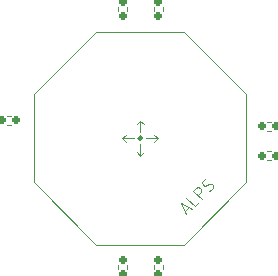
<source format=gbr>
%TF.GenerationSoftware,KiCad,Pcbnew,8.0.1-8.0.1-0~ubuntu23.10.1*%
%TF.CreationDate,2024-04-27T14:30:10-04:00*%
%TF.ProjectId,NavShield,4e617653-6869-4656-9c64-2e6b69636164,rev?*%
%TF.SameCoordinates,Original*%
%TF.FileFunction,Legend,Top*%
%TF.FilePolarity,Positive*%
%FSLAX46Y46*%
G04 Gerber Fmt 4.6, Leading zero omitted, Abs format (unit mm)*
G04 Created by KiCad (PCBNEW 8.0.1-8.0.1-0~ubuntu23.10.1) date 2024-04-27 14:30:10*
%MOMM*%
%LPD*%
G01*
G04 APERTURE LIST*
G04 Aperture macros list*
%AMRoundRect*
0 Rectangle with rounded corners*
0 $1 Rounding radius*
0 $2 $3 $4 $5 $6 $7 $8 $9 X,Y pos of 4 corners*
0 Add a 4 corners polygon primitive as box body*
4,1,4,$2,$3,$4,$5,$6,$7,$8,$9,$2,$3,0*
0 Add four circle primitives for the rounded corners*
1,1,$1+$1,$2,$3*
1,1,$1+$1,$4,$5*
1,1,$1+$1,$6,$7*
1,1,$1+$1,$8,$9*
0 Add four rect primitives between the rounded corners*
20,1,$1+$1,$2,$3,$4,$5,0*
20,1,$1+$1,$4,$5,$6,$7,0*
20,1,$1+$1,$6,$7,$8,$9,0*
20,1,$1+$1,$8,$9,$2,$3,0*%
G04 Aperture macros list end*
%ADD10C,0.100000*%
%ADD11C,0.120000*%
%ADD12C,0.250000*%
%ADD13RoundRect,0.160000X0.197500X0.160000X-0.197500X0.160000X-0.197500X-0.160000X0.197500X-0.160000X0*%
%ADD14RoundRect,0.160000X-0.197500X-0.160000X0.197500X-0.160000X0.197500X0.160000X-0.197500X0.160000X0*%
%ADD15RoundRect,0.160000X0.160000X-0.197500X0.160000X0.197500X-0.160000X0.197500X-0.160000X-0.197500X0*%
%ADD16RoundRect,0.160000X-0.160000X0.197500X-0.160000X-0.197500X0.160000X-0.197500X0.160000X0.197500X0*%
%ADD17C,2.000000*%
%ADD18C,1.100000*%
%ADD19C,3.200000*%
%ADD20R,1.700000X1.700000*%
%ADD21O,1.700000X1.700000*%
G04 APERTURE END LIST*
D10*
X37856573Y20613747D02*
X38193291Y20950465D01*
X37991260Y20344373D02*
X37519856Y21287182D01*
X37519856Y21287182D02*
X38462665Y20815778D01*
X39035085Y21388198D02*
X38698367Y21051480D01*
X38698367Y21051480D02*
X37991261Y21758587D01*
X39270787Y21623900D02*
X38563680Y22331007D01*
X38563680Y22331007D02*
X38833054Y22600381D01*
X38833054Y22600381D02*
X38934070Y22634053D01*
X38934070Y22634053D02*
X39001413Y22634053D01*
X39001413Y22634053D02*
X39102428Y22600381D01*
X39102428Y22600381D02*
X39203444Y22499366D01*
X39203444Y22499366D02*
X39237115Y22398350D01*
X39237115Y22398350D02*
X39237115Y22331007D01*
X39237115Y22331007D02*
X39203444Y22229992D01*
X39203444Y22229992D02*
X38934070Y21960618D01*
X39910550Y22331007D02*
X40045237Y22398350D01*
X40045237Y22398350D02*
X40213596Y22566709D01*
X40213596Y22566709D02*
X40247268Y22667724D01*
X40247268Y22667724D02*
X40247268Y22735068D01*
X40247268Y22735068D02*
X40213596Y22836083D01*
X40213596Y22836083D02*
X40146253Y22903427D01*
X40146253Y22903427D02*
X40045237Y22937098D01*
X40045237Y22937098D02*
X39977894Y22937098D01*
X39977894Y22937098D02*
X39876879Y22903427D01*
X39876879Y22903427D02*
X39708520Y22802411D01*
X39708520Y22802411D02*
X39607505Y22768740D01*
X39607505Y22768740D02*
X39540161Y22768740D01*
X39540161Y22768740D02*
X39439146Y22802411D01*
X39439146Y22802411D02*
X39371802Y22869755D01*
X39371802Y22869755D02*
X39338131Y22970770D01*
X39338131Y22970770D02*
X39338131Y23038114D01*
X39338131Y23038114D02*
X39371802Y23139129D01*
X39371802Y23139129D02*
X39540161Y23307488D01*
X39540161Y23307488D02*
X39674848Y23374831D01*
D11*
%TO.C,R107*%
X45167621Y27420000D02*
X44832379Y27420000D01*
X45167621Y28180000D02*
X44832379Y28180000D01*
%TO.C,R106*%
X22832379Y28680000D02*
X23167621Y28680000D01*
X22832379Y27920000D02*
X23167621Y27920000D01*
%TO.C,R105*%
X32220000Y15732379D02*
X32220000Y16067621D01*
X32980000Y15732379D02*
X32980000Y16067621D01*
%TO.C,R104*%
X35980000Y37867621D02*
X35980000Y37532379D01*
X35220000Y37867621D02*
X35220000Y37532379D01*
%TO.C,R103*%
X45167621Y24920000D02*
X44832379Y24920000D01*
X45167621Y25680000D02*
X44832379Y25680000D01*
%TO.C,R102*%
X32980000Y37867621D02*
X32980000Y37532379D01*
X32220000Y37867621D02*
X32220000Y37532379D01*
%TO.C,R101*%
X35220000Y15732379D02*
X35220000Y16067621D01*
X35980000Y15732379D02*
X35980000Y16067621D01*
%TO.C,SW101*%
D12*
X34205000Y26780000D02*
G75*
G02*
X33955000Y26780000I-125000J0D01*
G01*
X33955000Y26780000D02*
G75*
G02*
X34205000Y26780000I125000J0D01*
G01*
D10*
X30351812Y35780188D02*
X37807812Y35780188D01*
X43080000Y30508000D02*
X37807812Y35780188D01*
X25079624Y30508000D02*
X30351812Y35780188D01*
X25079624Y30508000D02*
X25079624Y23052000D01*
X34080000Y28280000D02*
X34380000Y27980000D01*
X34080000Y28280000D02*
X33780000Y27980000D01*
X34080000Y27280000D02*
X34080000Y28280000D01*
X35580000Y26780000D02*
X35280000Y27080000D01*
X35580000Y26780000D02*
X35280000Y26480000D01*
X34580000Y26780000D02*
X35580000Y26780000D01*
X33580000Y26780000D02*
X32580000Y26780000D01*
X32580000Y26780000D02*
X32880000Y27080000D01*
X32580000Y26780000D02*
X32880000Y26480000D01*
X34080000Y26280000D02*
X34080000Y25280000D01*
X34080000Y25280000D02*
X34380000Y25580000D01*
X34080000Y25280000D02*
X33780000Y25580000D01*
X43080000Y23052000D02*
X43080000Y30508000D01*
X25079624Y23052000D02*
X30351812Y17779812D01*
X37807812Y17779812D02*
X43080000Y23052000D01*
X30351812Y17779812D02*
X37807812Y17779812D01*
%TD*%
%LPC*%
D13*
%TO.C,R107*%
X45597500Y27800000D03*
X44402500Y27800000D03*
%TD*%
D14*
%TO.C,R106*%
X22402500Y28300000D03*
X23597500Y28300000D03*
%TD*%
D15*
%TO.C,R105*%
X32600000Y15302500D03*
X32600000Y16497500D03*
%TD*%
D16*
%TO.C,R104*%
X35600000Y38297500D03*
X35600000Y37102500D03*
%TD*%
D13*
%TO.C,R103*%
X45597500Y25300000D03*
X44402500Y25300000D03*
%TD*%
D16*
%TO.C,R102*%
X32600000Y38297500D03*
X32600000Y37102500D03*
%TD*%
D15*
%TO.C,R101*%
X35600000Y15302500D03*
X35600000Y16497500D03*
%TD*%
D17*
%TO.C,SW101*%
X37830000Y33640000D03*
X28300000Y25780000D03*
X41060000Y27780000D03*
X26280000Y28280000D03*
X32580000Y18980000D03*
X35580000Y34580000D03*
X41880000Y25280000D03*
X32580000Y34580000D03*
X26280000Y25280000D03*
X35580000Y18980000D03*
D18*
X35580000Y22980000D03*
%TD*%
D19*
%TO.C,MH1*%
X15240000Y50800000D03*
%TD*%
%TO.C,MH2*%
X13970000Y2540000D03*
%TD*%
%TO.C,MH3*%
X66040000Y35560000D03*
%TD*%
%TO.C,MH4*%
X66040000Y7620000D03*
%TD*%
D20*
%TO.C,J1*%
X27940000Y2540000D03*
D21*
X30480000Y2540000D03*
X33020000Y2540000D03*
X35560000Y2540000D03*
X38100000Y2540000D03*
X40640000Y2540000D03*
X43180000Y2540000D03*
X45720000Y2540000D03*
%TD*%
D20*
%TO.C,J3*%
X50800000Y2540000D03*
D21*
X53340000Y2540000D03*
X55880000Y2540000D03*
X58420000Y2540000D03*
X60960000Y2540000D03*
X63500000Y2540000D03*
%TD*%
D20*
%TO.C,J2*%
X18796000Y50800000D03*
D21*
X21336000Y50800000D03*
X23876000Y50800000D03*
X26416000Y50800000D03*
X28956000Y50800000D03*
X31496000Y50800000D03*
X34036000Y50800000D03*
X36576000Y50800000D03*
X39116000Y50800000D03*
X41656000Y50800000D03*
%TD*%
D20*
%TO.C,J4*%
X45720000Y50800000D03*
D21*
X48260000Y50800000D03*
X50800000Y50800000D03*
X53340000Y50800000D03*
X55880000Y50800000D03*
X58420000Y50800000D03*
X60960000Y50800000D03*
X63500000Y50800000D03*
%TD*%
%LPD*%
M02*

</source>
